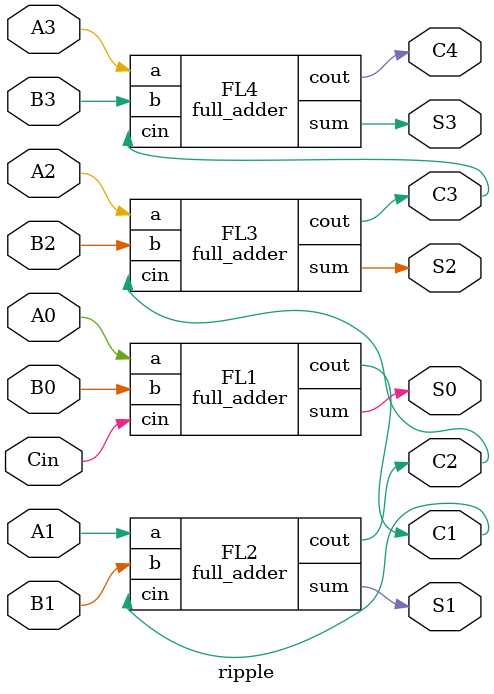
<source format=v>
module full_adder (
    input a,b,cin,
    output sum,cout
);
    wire axb,l,m;
    
    xor g1(axb,a,b);
    xor g2(sum,axb,cin);

    and g3(l,a,b);
    and g4(m,axb,cin);
    or g5(cout,l,m);
endmodule
module ripple (
    input A3,A2,A1,A0,B3,B2,B1,B0,Cin,
    output S3,S2,S1,S0,C4,C3,C2,C1
);
    full_adder FL1 (
        .a(A0),.b(B0),.cin(Cin),
        .sum(S0),.cout(C1)
    );
    full_adder FL2 (
        .a(A1),.b(B1),.cin(C1),
        .sum(S1),.cout(C2)
    );
    full_adder FL3 (
        .a(A2),.b(B2),.cin(C2),
        .sum(S2),.cout(C3)
    );
    full_adder FL4 (
        .a(A3),.b(B3),.cin(C3),
        .sum(S3),.cout(C4)
    );
endmodule
</source>
